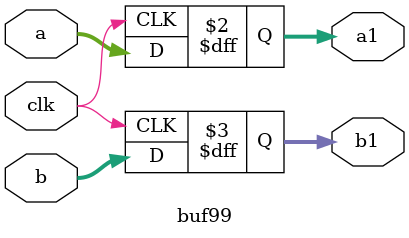
<source format=v>
`timescale 1ns / 1ps
module buf99(
    input [23:0] a,
    input [23:0] b,
    input clk,
    output reg [23:0] a1,
    output reg [23:0] b1
    );

always @(posedge clk) begin
a1<=a;
b1<=b;
end

endmodule

</source>
